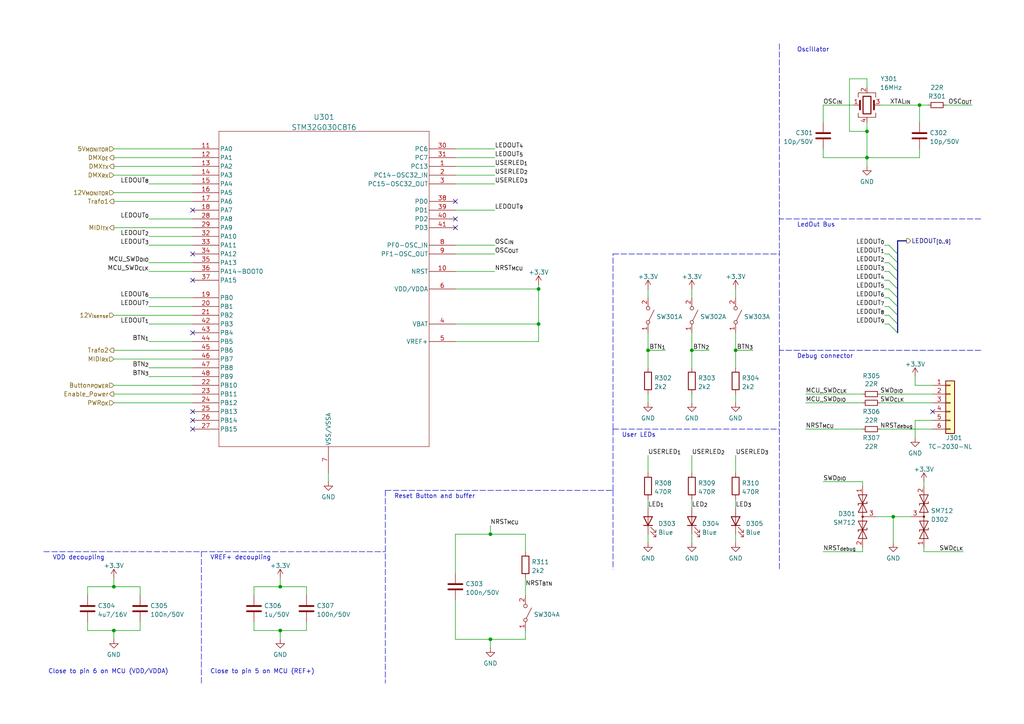
<source format=kicad_sch>
(kicad_sch (version 20211123) (generator eeschema)
  (paper "A4")
  (title_block (title "Led Wall Controller") (rev "1") (company "Skrooter Audio"))
  (lib_symbols
    (symbol "Connector_Generic:Conn_01x06" (pin_names (offset 1.016) hide)
      (property "Reference" "J" (at 0 7.62 0))
      (property "Value" "Conn_01x06" (at 0 -10.16 0))
      (symbol "Conn_01x06_1_1"
        (rectangle (start -1.27 -7.493) (end 0 -7.747) (stroke (width 0.1524)))
        (rectangle (start -1.27 -4.953) (end 0 -5.207) (stroke (width 0.1524)))
        (rectangle (start -1.27 -2.413) (end 0 -2.667) (stroke (width 0.1524)))
        (rectangle (start -1.27 0.127) (end 0 -0.127) (stroke (width 0.1524)))
        (rectangle (start -1.27 2.667) (end 0 2.413) (stroke (width 0.1524)))
        (rectangle (start -1.27 5.207) (end 0 4.953) (stroke (width 0.1524)))
        (rectangle (start -1.27 6.35) (end 1.27 -8.89) (stroke (width 0.254)) (fill (type background)))
        (pin passive line (at -5.08 5.08 0) (length 3.81) (name "Pin_1") (number "1"))
        (pin passive line (at -5.08 2.54 0) (length 3.81) (name "Pin_2") (number "2"))
        (pin passive line (at -5.08 0 0) (length 3.81) (name "Pin_3") (number "3"))
        (pin passive line (at -5.08 -2.54 0) (length 3.81) (name "Pin_4") (number "4"))
        (pin passive line (at -5.08 -5.08 0) (length 3.81) (name "Pin_5") (number "5"))
        (pin passive line (at -5.08 -7.62 0) (length 3.81) (name "Pin_6") (number "6"))
      )
    )
    (symbol "Device:C" (pin_numbers hide) (pin_names (offset 0.254))
      (property "Reference" "C" (at 0.635 2.54 0))
      (property "Value" "C" (at 0.635 -2.54 0))
      (symbol "C_0_1"
        (polyline (pts (xy -2.032 -0.762) (xy 2.032 -0.762)) (stroke (width 0.508)))
        (polyline (pts (xy -2.032 0.762) (xy 2.032 0.762)) (stroke (width 0.508)))
      )
      (symbol "C_1_1"
        (pin passive line (at 0 3.81 270) (length 2.794) (name "~") (number "1"))
        (pin passive line (at 0 -3.81 90) (length 2.794) (name "~") (number "2"))
      )
    )
    (symbol "Device:Crystal_GND24" (pin_names (offset 1.016) hide)
      (property "Reference" "Y" (at 3.175 5.08 0))
      (property "Value" "Crystal_GND24" (at 3.175 3.175 0))
      (symbol "Crystal_GND24_0_1"
        (rectangle (start -1.143 2.54) (end 1.143 -2.54) (stroke (width 0.3048)))
        (polyline (pts (xy -2.54 0) (xy -2.032 0)))
        (polyline (pts (xy -2.032 -1.27) (xy -2.032 1.27)) (stroke (width 0.508)))
        (polyline (pts (xy 0 -3.81) (xy 0 -3.556)))
        (polyline (pts (xy 0 3.556) (xy 0 3.81)))
        (polyline (pts (xy 2.032 -1.27) (xy 2.032 1.27)) (stroke (width 0.508)))
        (polyline (pts (xy 2.032 0) (xy 2.54 0)))
        (polyline (pts (xy -2.54 -2.286) (xy -2.54 -3.556) (xy 2.54 -3.556) (xy 2.54 -2.286)))
        (polyline (pts (xy -2.54 2.286) (xy -2.54 3.556) (xy 2.54 3.556) (xy 2.54 2.286)))
      )
      (symbol "Crystal_GND24_1_1"
        (pin passive line (at -3.81 0 0) (length 1.27) (name "1") (number "1"))
        (pin passive line (at 0 5.08 270) (length 1.27) (name "2") (number "2"))
        (pin passive line (at 3.81 0 180) (length 1.27) (name "3") (number "3"))
        (pin passive line (at 0 -5.08 90) (length 1.27) (name "4") (number "4"))
      )
    )
    (symbol "Device:LED" (pin_numbers hide) (pin_names (offset 1.016) hide)
      (property "Reference" "D" (at 0 2.54 0))
      (property "Value" "LED" (at 0 -2.54 0))
      (symbol "LED_0_1"
        (polyline (pts (xy -1.27 -1.27) (xy -1.27 1.27)) (stroke (width 0.254)))
        (polyline (pts (xy -1.27 0) (xy 1.27 0)))
        (polyline (pts (xy 1.27 -1.27) (xy 1.27 1.27) (xy -1.27 0) (xy 1.27 -1.27)) (stroke (width 0.254)))
        (polyline (pts (xy -3.048 -0.762) (xy -4.572 -2.286) (xy -3.81 -2.286) (xy -4.572 -2.286) (xy -4.572 -1.524)))
        (polyline (pts (xy -1.778 -0.762) (xy -3.302 -2.286) (xy -2.54 -2.286) (xy -3.302 -2.286) (xy -3.302 -1.524)))
      )
      (symbol "LED_1_1"
        (pin passive line (at -3.81 0 0) (length 2.54) (name "K") (number "1"))
        (pin passive line (at 3.81 0 180) (length 2.54) (name "A") (number "2"))
      )
    )
    (symbol "Device:R" (pin_numbers hide) (pin_names (offset 0))
      (property "Reference" "R" (at 2.032 0 90))
      (property "Value" "R" (at 0 0 90))
      (symbol "R_0_1"
        (rectangle (start -1.016 -2.54) (end 1.016 2.54) (stroke (width 0.254)))
      )
      (symbol "R_1_1"
        (pin passive line (at 0 3.81 270) (length 1.27) (name "~") (number "1"))
        (pin passive line (at 0 -3.81 90) (length 1.27) (name "~") (number "2"))
      )
    )
    (symbol "Device:R_Small" (pin_numbers hide) (pin_names (offset 0.254) hide)
      (property "Reference" "R" (at 0.762 0.508 0))
      (property "Value" "R_Small" (at 0.762 -1.016 0))
      (symbol "R_Small_0_1"
        (rectangle (start -0.762 1.778) (end 0.762 -1.778) (stroke (width 0.2032)))
      )
      (symbol "R_Small_1_1"
        (pin passive line (at 0 2.54 270) (length 0.762) (name "~") (number "1"))
        (pin passive line (at 0 -2.54 90) (length 0.762) (name "~") (number "2"))
      )
    )
    (symbol "Diode:SM712_SOT23" (pin_names (offset 1.016) hide)
      (property "Reference" "D" (at 0 4.445 0))
      (property "Value" "SM712_SOT23" (at 0 2.54 0))
      (symbol "SM712_SOT23_0_0"
        (polyline (pts (xy 0 -1.27) (xy 0 0)))
      )
      (symbol "SM712_SOT23_0_1"
        (polyline (pts (xy -6.35 0) (xy 6.35 0)))
        (polyline (pts (xy -3.302 1.27) (xy -3.81 1.27) (xy -3.81 -1.27) (xy -4.318 -1.27)) (stroke (width 0.2032)))
        (polyline (pts (xy 4.318 1.27) (xy 3.81 1.27) (xy 3.81 -1.27) (xy 3.302 -1.27)) (stroke (width 0.2032)))
        (polyline (pts (xy -6.35 -1.27) (xy -1.27 1.27) (xy -1.27 -1.27) (xy -6.35 1.27) (xy -6.35 -1.27)) (stroke (width 0.2032)))
        (polyline (pts (xy 1.27 -1.27) (xy 1.27 1.27) (xy 6.35 -1.27) (xy 6.35 1.27) (xy 1.27 -1.27)) (stroke (width 0.2032)))
        (circle (center 0 0) (radius 0.254) (fill (type outline)))
      )
      (symbol "SM712_SOT23_1_1"
        (pin passive line (at -8.89 0 0) (length 2.54) (name "A1") (number "1"))
        (pin passive line (at 8.89 0 180) (length 2.54) (name "A2") (number "2"))
        (pin input line (at 0 -3.81 90) (length 2.54) (name "common") (number "3"))
      )
    )
    (symbol "Skrooter_symbols:STM32G030C8T6" (pin_names (offset 0.254))
      (property "Reference" "U" (at 38.1 10.16 0))
      (property "Value" "STM32G030C8T6" (at 38.1 7.62 0))
      (symbol "STM32G030C8T6_0_1"
        (polyline (pts (xy 7.62 -86.36) (xy 68.58 -86.36)) (stroke (width 0.127)))
        (polyline (pts (xy 7.62 5.08) (xy 7.62 -86.36)) (stroke (width 0.127)))
        (polyline (pts (xy 68.58 -86.36) (xy 68.58 5.08)) (stroke (width 0.127)))
        (polyline (pts (xy 68.58 5.08) (xy 7.62 5.08)) (stroke (width 0.127)))
        (pin bidirectional line (at 76.2 -5.08 180) (length 7.62) (name "PC13") (number "1"))
        (pin bidirectional line (at 76.2 -35.56 180) (length 7.62) (name "NRST") (number "10"))
        (pin bidirectional line (at 0 0 0) (length 7.62) (name "PA0") (number "11"))
        (pin bidirectional line (at 0 -2.54 0) (length 7.62) (name "PA1") (number "12"))
        (pin bidirectional line (at 0 -5.08 0) (length 7.62) (name "PA2") (number "13"))
        (pin bidirectional line (at 0 -7.62 0) (length 7.62) (name "PA3") (number "14"))
        (pin bidirectional line (at 0 -10.16 0) (length 7.62) (name "PA4") (number "15"))
        (pin bidirectional line (at 0 -12.7 0) (length 7.62) (name "PA5") (number "16"))
        (pin bidirectional line (at 0 -15.24 0) (length 7.62) (name "PA6") (number "17"))
        (pin bidirectional line (at 0 -17.78 0) (length 7.62) (name "PA7") (number "18"))
        (pin bidirectional line (at 0 -43.18 0) (length 7.62) (name "PB0") (number "19"))
        (pin bidirectional line (at 76.2 -7.62 180) (length 7.62) (name "PC14-OSC32_IN") (number "2"))
        (pin bidirectional line (at 0 -45.72 0) (length 7.62) (name "PB1") (number "20"))
        (pin bidirectional line (at 0 -48.26 0) (length 7.62) (name "PB2") (number "21"))
        (pin bidirectional line (at 0 -68.58 0) (length 7.62) (name "PB10") (number "22"))
        (pin bidirectional line (at 0 -71.12 0) (length 7.62) (name "PB11") (number "23"))
        (pin bidirectional line (at 0 -73.66 0) (length 7.62) (name "PB12") (number "24"))
        (pin bidirectional line (at 0 -76.2 0) (length 7.62) (name "PB13") (number "25"))
        (pin bidirectional line (at 0 -78.74 0) (length 7.62) (name "PB14") (number "26"))
        (pin bidirectional line (at 0 -81.28 0) (length 7.62) (name "PB15") (number "27"))
        (pin bidirectional line (at 0 -20.32 0) (length 7.62) (name "PA8") (number "28"))
        (pin bidirectional line (at 0 -22.86 0) (length 7.62) (name "PA9") (number "29"))
        (pin bidirectional line (at 76.2 -10.16 180) (length 7.62) (name "PC15-OSC32_OUT") (number "3"))
        (pin bidirectional line (at 76.2 0 180) (length 7.62) (name "PC6") (number "30"))
        (pin bidirectional line (at 76.2 -2.54 180) (length 7.62) (name "PC7") (number "31"))
        (pin bidirectional line (at 0 -25.4 0) (length 7.62) (name "PA10") (number "32"))
        (pin bidirectional line (at 0 -27.94 0) (length 7.62) (name "PA11") (number "33"))
        (pin bidirectional line (at 0 -30.48 0) (length 7.62) (name "PA12") (number "34"))
        (pin bidirectional line (at 0 -33.02 0) (length 7.62) (name "PA13") (number "35"))
        (pin bidirectional line (at 0 -35.56 0) (length 7.62) (name "PA14-BOOT0") (number "36"))
        (pin bidirectional line (at 0 -38.1 0) (length 7.62) (name "PA15") (number "37"))
        (pin bidirectional line (at 76.2 -15.24 180) (length 7.62) (name "PD0") (number "38"))
        (pin bidirectional line (at 76.2 -17.78 180) (length 7.62) (name "PD1") (number "39"))
        (pin power_in line (at 76.2 -50.8 180) (length 7.62) (name "VBAT") (number "4"))
        (pin bidirectional line (at 76.2 -20.32 180) (length 7.62) (name "PD2") (number "40"))
        (pin bidirectional line (at 76.2 -22.86 180) (length 7.62) (name "PD3") (number "41"))
        (pin bidirectional line (at 0 -50.8 0) (length 7.62) (name "PB3") (number "42"))
        (pin bidirectional line (at 0 -53.34 0) (length 7.62) (name "PB4") (number "43"))
        (pin bidirectional line (at 0 -55.88 0) (length 7.62) (name "PB5") (number "44"))
        (pin bidirectional line (at 0 -58.42 0) (length 7.62) (name "PB6") (number "45"))
        (pin bidirectional line (at 0 -60.96 0) (length 7.62) (name "PB7") (number "46"))
        (pin bidirectional line (at 0 -63.5 0) (length 7.62) (name "PB8") (number "47"))
        (pin bidirectional line (at 0 -66.04 0) (length 7.62) (name "PB9") (number "48"))
        (pin power_in line (at 76.2 -55.88 180) (length 7.62) (name "VREF+") (number "5"))
        (pin power_in line (at 76.2 -40.64 180) (length 7.62) (name "VDD/VDDA") (number "6"))
        (pin power_in line (at 39.37 -93.98 90) (length 7.62) (name "VSS/VSSA") (number "7"))
        (pin bidirectional line (at 76.2 -27.94 180) (length 7.62) (name "PF0-OSC_IN") (number "8"))
        (pin bidirectional line (at 76.2 -30.48 180) (length 7.62) (name "PF1-OSC_OUT") (number "9"))
      )
    )
    (symbol "Switch:SW_DPST_x2" (pin_names (offset 0) hide)
      (property "Reference" "SW" (at 0 3.175 0))
      (property "Value" "SW_DPST_x2" (at 0 -2.54 0))
      (symbol "SW_DPST_x2_0_0"
        (circle (center -2.032 0) (radius 0.508))
        (polyline (pts (xy -1.524 0.254) (xy 1.524 1.778)))
        (circle (center 2.032 0) (radius 0.508))
      )
      (symbol "SW_DPST_x2_1_1"
        (pin passive line (at -5.08 0 0) (length 2.54) (name "A") (number "1"))
        (pin passive line (at 5.08 0 180) (length 2.54) (name "B") (number "2"))
      )
      (symbol "SW_DPST_x2_2_1"
        (pin passive line (at -5.08 0 0) (length 2.54) (name "A") (number "3"))
        (pin passive line (at 5.08 0 180) (length 2.54) (name "B") (number "4"))
      )
    )
    (symbol "power:+3.3V" (power) (pin_names (offset 0))
      (property "Value" "+3.3V" (at 0 3.556 0))
      (symbol "+3.3V_0_1"
        (polyline (pts (xy -0.762 1.27) (xy 0 2.54)))
        (polyline (pts (xy 0 0) (xy 0 2.54)))
        (polyline (pts (xy 0 2.54) (xy 0.762 1.27)))
      )
      (symbol "+3.3V_1_1"
        (pin power_in line (at 0 0 90) (length 0) hide (name "+3.3V") (number "1"))
      )
    )
    (symbol "power:GND" (power) (pin_names (offset 0))
      (property "Value" "GND" (at 0 -3.81 0))
      (symbol "GND_0_1"
        (polyline (pts (xy 0 0) (xy 0 -1.27) (xy 1.27 -1.27) (xy 0 -2.54) (xy -1.27 -1.27) (xy 0 -1.27)))
      )
      (symbol "GND_1_1"
        (pin power_in line (at 0 0 270) (length 0) hide (name "GND") (number "1"))
      )
    )
  )
  (junction (at 266.7 30.48))
  (junction (at 33.02 182.88))
  (junction (at 213.36 101.6))
  (junction (at 81.28 170.18))
  (junction (at 259.08 149.86))
  (junction (at 81.28 182.88))
  (junction (at 33.02 170.18))
  (junction (at 251.46 38.1))
  (junction (at 142.24 185.42))
  (junction (at 251.46 45.72))
  (junction (at 156.21 93.98))
  (junction (at 187.96 101.6))
  (junction (at 142.24 154.94))
  (junction (at 200.66 101.6))
  (junction (at 156.21 83.82))
  (no_connect (at 132.08 63.5))
  (no_connect (at 132.08 58.42))
  (no_connect (at 132.08 66.04))
  (no_connect (at 270.51 119.38))
  (no_connect (at 55.88 121.92))
  (no_connect (at 55.88 81.28))
  (no_connect (at 55.88 73.66))
  (no_connect (at 55.88 96.52))
  (no_connect (at 55.88 119.38))
  (no_connect (at 55.88 124.46))
  (no_connect (at 55.88 60.96))
  (bus_entry (at 257.81 83.82) (size 2.54 2.54))
  (bus_entry (at 257.81 88.9) (size 2.54 2.54))
  (bus_entry (at 257.81 86.36) (size 2.54 2.54))
  (bus_entry (at 257.81 93.98) (size 2.54 2.54))
  (bus_entry (at 257.81 81.28) (size 2.54 2.54))
  (bus_entry (at 257.81 78.74) (size 2.54 2.54))
  (bus_entry (at 257.81 91.44) (size 2.54 2.54))
  (bus_entry (at 257.81 71.12) (size 2.54 2.54))
  (bus_entry (at 257.81 73.66) (size 2.54 2.54))
  (bus_entry (at 257.81 76.2) (size 2.54 2.54))
  (wire (pts (xy 256.54 91.44) (xy 257.81 91.44)))
  (wire (pts (xy 132.08 60.96) (xy 143.51 60.96)))
  (wire (pts (xy 33.02 48.26) (xy 55.88 48.26)))
  (wire (pts (xy 40.64 170.18) (xy 33.02 170.18)))
  (wire (pts (xy 246.38 38.1) (xy 251.46 38.1)))
  (bus (pts (xy 260.35 73.66) (xy 260.35 76.2)))
  (wire (pts (xy 200.66 157.48) (xy 200.66 154.94)))
  (wire (pts (xy 200.66 114.3) (xy 200.66 116.84)))
  (wire (pts (xy 213.36 83.82) (xy 213.36 86.36)))
  (wire (pts (xy 40.64 182.88) (xy 40.64 180.34)))
  (wire (pts (xy 200.66 83.82) (xy 200.66 86.36)))
  (wire (pts (xy 43.18 99.06) (xy 55.88 99.06)))
  (wire (pts (xy 33.02 66.04) (xy 55.88 66.04)))
  (wire (pts (xy 255.27 124.46) (xy 270.51 124.46)))
  (wire (pts (xy 152.4 182.88) (xy 152.4 185.42)))
  (polyline (pts (xy 226.06 101.6) (xy 226.06 165.1)))
  (wire (pts (xy 132.08 166.37) (xy 132.08 154.94)))
  (wire (pts (xy 256.54 78.74) (xy 257.81 78.74)))
  (wire (pts (xy 256.54 88.9) (xy 257.81 88.9)))
  (wire (pts (xy 213.36 114.3) (xy 213.36 116.84)))
  (wire (pts (xy 33.02 43.18) (xy 55.88 43.18)))
  (wire (pts (xy 33.02 114.3) (xy 55.88 114.3)))
  (wire (pts (xy 259.08 149.86) (xy 259.08 157.48)))
  (wire (pts (xy 132.08 43.18) (xy 143.51 43.18)))
  (wire (pts (xy 88.9 170.18) (xy 88.9 172.72)))
  (wire (pts (xy 73.66 182.88) (xy 81.28 182.88)))
  (wire (pts (xy 251.46 45.72) (xy 251.46 48.26)))
  (wire (pts (xy 33.02 104.14) (xy 55.88 104.14)))
  (wire (pts (xy 43.18 78.74) (xy 55.88 78.74)))
  (wire (pts (xy 95.25 137.16) (xy 95.25 139.7)))
  (wire (pts (xy 33.02 182.88) (xy 25.4 182.88)))
  (polyline (pts (xy 58.42 198.12) (xy 58.42 160.02)))
  (wire (pts (xy 132.08 93.98) (xy 156.21 93.98)))
  (wire (pts (xy 43.18 86.36) (xy 55.88 86.36)))
  (polyline (pts (xy 226.06 63.5) (xy 226.06 101.6)))
  (wire (pts (xy 156.21 99.06) (xy 156.21 93.98)))
  (wire (pts (xy 33.02 116.84) (xy 55.88 116.84)))
  (wire (pts (xy 132.08 71.12) (xy 143.51 71.12)))
  (wire (pts (xy 132.08 185.42) (xy 142.24 185.42)))
  (bus (pts (xy 260.35 91.44) (xy 260.35 93.98)))
  (wire (pts (xy 43.18 76.2) (xy 55.88 76.2)))
  (wire (pts (xy 187.96 132.08) (xy 187.96 137.16)))
  (wire (pts (xy 233.68 116.84) (xy 250.19 116.84)))
  (bus (pts (xy 260.35 69.85) (xy 262.89 69.85)))
  (wire (pts (xy 266.7 45.72) (xy 266.7 43.18)))
  (wire (pts (xy 267.97 158.75) (xy 267.97 160.02)))
  (wire (pts (xy 200.66 132.08) (xy 200.66 137.16)))
  (wire (pts (xy 213.36 132.08) (xy 213.36 137.16)))
  (wire (pts (xy 256.54 83.82) (xy 257.81 83.82)))
  (wire (pts (xy 132.08 50.8) (xy 143.51 50.8)))
  (bus (pts (xy 260.35 73.66) (xy 260.35 69.85)))
  (wire (pts (xy 259.08 149.86) (xy 264.16 149.86)))
  (bus (pts (xy 260.35 81.28) (xy 260.35 83.82)))
  (wire (pts (xy 187.96 101.6) (xy 187.96 106.68)))
  (wire (pts (xy 43.18 109.22) (xy 55.88 109.22)))
  (wire (pts (xy 213.36 144.78) (xy 213.36 147.32)))
  (wire (pts (xy 250.19 140.97) (xy 250.19 139.7)))
  (wire (pts (xy 247.65 30.48) (xy 238.76 30.48)))
  (wire (pts (xy 255.27 114.3) (xy 270.51 114.3)))
  (wire (pts (xy 200.66 101.6) (xy 205.74 101.6)))
  (wire (pts (xy 33.02 111.76) (xy 55.88 111.76)))
  (wire (pts (xy 265.43 121.92) (xy 265.43 127)))
  (wire (pts (xy 251.46 45.72) (xy 266.7 45.72)))
  (bus (pts (xy 260.35 93.98) (xy 260.35 96.52)))
  (wire (pts (xy 73.66 172.72) (xy 73.66 170.18)))
  (wire (pts (xy 132.08 78.74) (xy 143.51 78.74)))
  (wire (pts (xy 246.38 22.86) (xy 246.38 38.1)))
  (wire (pts (xy 187.96 83.82) (xy 187.96 86.36)))
  (wire (pts (xy 33.02 185.42) (xy 33.02 182.88)))
  (wire (pts (xy 200.66 96.52) (xy 200.66 101.6)))
  (wire (pts (xy 238.76 139.7) (xy 250.19 139.7)))
  (wire (pts (xy 213.36 101.6) (xy 218.44 101.6)))
  (wire (pts (xy 43.18 53.34) (xy 55.88 53.34)))
  (wire (pts (xy 256.54 71.12) (xy 257.81 71.12)))
  (wire (pts (xy 43.18 88.9) (xy 55.88 88.9)))
  (wire (pts (xy 251.46 22.86) (xy 246.38 22.86)))
  (wire (pts (xy 238.76 160.02) (xy 250.19 160.02)))
  (wire (pts (xy 25.4 182.88) (xy 25.4 180.34)))
  (wire (pts (xy 238.76 43.18) (xy 238.76 45.72)))
  (bus (pts (xy 260.35 83.82) (xy 260.35 86.36)))
  (wire (pts (xy 152.4 154.94) (xy 152.4 160.02)))
  (wire (pts (xy 238.76 45.72) (xy 251.46 45.72)))
  (wire (pts (xy 81.28 182.88) (xy 88.9 182.88)))
  (wire (pts (xy 132.08 185.42) (xy 132.08 173.99)))
  (wire (pts (xy 233.68 124.46) (xy 250.19 124.46)))
  (wire (pts (xy 142.24 185.42) (xy 152.4 185.42)))
  (wire (pts (xy 33.02 170.18) (xy 25.4 170.18)))
  (wire (pts (xy 200.66 144.78) (xy 200.66 147.32)))
  (wire (pts (xy 43.18 93.98) (xy 55.88 93.98)))
  (wire (pts (xy 81.28 182.88) (xy 81.28 185.42)))
  (wire (pts (xy 132.08 48.26) (xy 143.51 48.26)))
  (wire (pts (xy 250.19 158.75) (xy 250.19 160.02)))
  (wire (pts (xy 33.02 50.8) (xy 55.88 50.8)))
  (wire (pts (xy 266.7 30.48) (xy 269.24 30.48)))
  (wire (pts (xy 33.02 58.42) (xy 55.88 58.42)))
  (wire (pts (xy 254 149.86) (xy 259.08 149.86)))
  (polyline (pts (xy 284.48 63.5) (xy 226.06 63.5)))
  (wire (pts (xy 265.43 109.22) (xy 265.43 111.76)))
  (wire (pts (xy 156.21 82.55) (xy 156.21 83.82)))
  (wire (pts (xy 200.66 101.6) (xy 200.66 106.68)))
  (wire (pts (xy 73.66 180.34) (xy 73.66 182.88)))
  (polyline (pts (xy 177.8 142.24) (xy 177.8 165.1)))
  (wire (pts (xy 256.54 86.36) (xy 257.81 86.36)))
  (polyline (pts (xy 177.8 124.46) (xy 177.8 73.66)))
  (wire (pts (xy 213.36 157.48) (xy 213.36 154.94)))
  (wire (pts (xy 187.96 101.6) (xy 193.04 101.6)))
  (polyline (pts (xy 111.76 142.24) (xy 111.76 198.12)))
  (wire (pts (xy 251.46 35.56) (xy 251.46 38.1)))
  (bus (pts (xy 260.35 76.2) (xy 260.35 78.74)))
  (polyline (pts (xy 111.76 142.24) (xy 177.8 142.24)))
  (wire (pts (xy 251.46 38.1) (xy 251.46 45.72)))
  (wire (pts (xy 187.96 157.48) (xy 187.96 154.94)))
  (wire (pts (xy 33.02 167.64) (xy 33.02 170.18)))
  (polyline (pts (xy 12.7 160.02) (xy 58.42 160.02)))
  (polyline (pts (xy 177.8 73.66) (xy 226.06 73.66)))
  (wire (pts (xy 81.28 170.18) (xy 88.9 170.18)))
  (polyline (pts (xy 177.8 124.46) (xy 226.06 124.46)))
  (wire (pts (xy 25.4 170.18) (xy 25.4 172.72)))
  (wire (pts (xy 251.46 25.4) (xy 251.46 22.86)))
  (wire (pts (xy 187.96 96.52) (xy 187.96 101.6)))
  (wire (pts (xy 255.27 30.48) (xy 266.7 30.48)))
  (wire (pts (xy 238.76 30.48) (xy 238.76 35.56)))
  (wire (pts (xy 132.08 53.34) (xy 143.51 53.34)))
  (wire (pts (xy 142.24 185.42) (xy 142.24 187.96)))
  (wire (pts (xy 33.02 182.88) (xy 40.64 182.88)))
  (wire (pts (xy 142.24 154.94) (xy 152.4 154.94)))
  (wire (pts (xy 43.18 71.12) (xy 55.88 71.12)))
  (wire (pts (xy 132.08 154.94) (xy 142.24 154.94)))
  (wire (pts (xy 88.9 182.88) (xy 88.9 180.34)))
  (wire (pts (xy 213.36 96.52) (xy 213.36 101.6)))
  (wire (pts (xy 43.18 68.58) (xy 55.88 68.58)))
  (wire (pts (xy 256.54 93.98) (xy 257.81 93.98)))
  (wire (pts (xy 256.54 73.66) (xy 257.81 73.66)))
  (wire (pts (xy 33.02 101.6) (xy 55.88 101.6)))
  (wire (pts (xy 255.27 116.84) (xy 270.51 116.84)))
  (wire (pts (xy 270.51 121.92) (xy 265.43 121.92)))
  (wire (pts (xy 40.64 172.72) (xy 40.64 170.18)))
  (wire (pts (xy 132.08 45.72) (xy 143.51 45.72)))
  (wire (pts (xy 43.18 106.68) (xy 55.88 106.68)))
  (wire (pts (xy 73.66 170.18) (xy 81.28 170.18)))
  (wire (pts (xy 213.36 101.6) (xy 213.36 106.68)))
  (wire (pts (xy 33.02 91.44) (xy 55.88 91.44)))
  (wire (pts (xy 132.08 99.06) (xy 156.21 99.06)))
  (wire (pts (xy 33.02 55.88) (xy 55.88 55.88)))
  (wire (pts (xy 142.24 152.4) (xy 142.24 154.94)))
  (wire (pts (xy 267.97 140.97) (xy 267.97 139.7)))
  (polyline (pts (xy 58.42 160.02) (xy 111.76 160.02)))
  (polyline (pts (xy 177.8 142.24) (xy 177.8 124.46)))
  (wire (pts (xy 152.4 167.64) (xy 152.4 172.72)))
  (polyline (pts (xy 226.06 12.7) (xy 226.06 63.5)))
  (polyline (pts (xy 284.48 101.6) (xy 226.06 101.6)))
  (wire (pts (xy 270.51 111.76) (xy 265.43 111.76)))
  (bus (pts (xy 260.35 78.74) (xy 260.35 81.28)))
  (wire (pts (xy 187.96 144.78) (xy 187.96 147.32)))
  (wire (pts (xy 256.54 76.2) (xy 257.81 76.2)))
  (wire (pts (xy 274.32 30.48) (xy 281.94 30.48)))
  (wire (pts (xy 43.18 63.5) (xy 55.88 63.5)))
  (wire (pts (xy 156.21 83.82) (xy 156.21 93.98)))
  (wire (pts (xy 81.28 167.64) (xy 81.28 170.18)))
  (wire (pts (xy 256.54 81.28) (xy 257.81 81.28)))
  (wire (pts (xy 132.08 73.66) (xy 143.51 73.66)))
  (bus (pts (xy 260.35 86.36) (xy 260.35 88.9)))
  (wire (pts (xy 33.02 45.72) (xy 55.88 45.72)))
  (bus (pts (xy 260.35 88.9) (xy 260.35 91.44)))
  (wire (pts (xy 267.97 160.02) (xy 279.4 160.02)))
  (wire (pts (xy 266.7 30.48) (xy 266.7 35.56)))
  (wire (pts (xy 132.08 83.82) (xy 156.21 83.82)))
  (wire (pts (xy 233.68 114.3) (xy 250.19 114.3)))
  (wire (pts (xy 187.96 114.3) (xy 187.96 116.84)))
  (text "Oscillator" (at 231.14 15.24 0) (effects (font (size 1.27 1.27)) (justify left bottom)))
  (text "LedOut Bus\n" (at 231.14 66.04 0) (effects (font (size 1.27 1.27)) (justify left bottom)))
  (text "VREF+ decoupling" (at 60.96 162.56 0) (effects (font (size 1.27 1.27)) (justify left bottom)))
  (text "Close to pin 6 on MCU (VDD/VDDA)\n" (at 13.97 195.58 0) (effects (font (size 1.27 1.27)) (justify left bottom)))
  (text "User LEDs\n" (at 180.34 127 0) (effects (font (size 1.27 1.27)) (justify left bottom)))
  (text "Debug connector" (at 231.14 104.14 0) (effects (font (size 1.27 1.27)) (justify left bottom)))
  (text "Reset Button and buffer" (at 114.3 144.78 0) (effects (font (size 1.27 1.27)) (justify left bottom)))
  (text "Close to pin 5 on MCU (REF+)\n" (at 60.96 195.58 0) (effects (font (size 1.27 1.27)) (justify left bottom)))
  (text "VDD decoupling" (at 15.24 162.56 0) (effects (font (size 1.27 1.27)) (justify left bottom)))
  (label "SWD_{CLK}" (at 255.27 116.84 0))
  (label "LEDOUT_{8}" (at 256.54 91.44 180))
  (label "LED_{3}" (at 213.36 147.32 0))
  (label "LEDOUT_{9}" (at 143.51 60.96 0))
  (label "LEDOUT_{2}" (at 256.54 76.2 180))
  (label "LEDOUT_{4}" (at 143.51 43.18 0))
  (label "OSC_{IN}" (at 238.76 30.48 0))
  (label "BTN_{3}" (at 218.44 101.6 180))
  (label "LEDOUT_{9}" (at 256.54 93.98 180))
  (label "LEDOUT_{1}" (at 43.18 93.98 180))
  (label "USERLED_{3}" (at 213.36 132.08 0))
  (label "USERLED_{2}" (at 143.51 50.8 0))
  (label "NRST_{BTN}" (at 152.4 170.18 0))
  (label "MCU_SWD_{DIO}" (at 233.68 116.84 0))
  (label "USERLED_{1}" (at 187.96 132.08 0))
  (label "SWD_{DIO}" (at 255.27 114.3 0))
  (label "LED_{2}" (at 200.66 147.32 0))
  (label "NRST_{MCU}" (at 142.24 152.4 0))
  (label "USERLED_{3}" (at 143.51 53.34 0))
  (label "MCU_SWD_{CLK}" (at 233.68 114.3 0))
  (label "LEDOUT_{6}" (at 43.18 86.36 180))
  (label "LEDOUT_{0}" (at 43.18 63.5 180))
  (label "LEDOUT_{5}" (at 256.54 83.82 180))
  (label "XTAL_{IN}" (at 264.16 30.48 180))
  (label "OSC_{IN}" (at 143.51 71.12 0))
  (label "NRST_{MCU}" (at 143.51 78.74 0))
  (label "NRST_{debug}" (at 255.27 124.46 0))
  (label "LED_{1}" (at 187.96 147.32 0))
  (label "SWD_{DIO}" (at 238.76 139.7 0))
  (label "LEDOUT_{1}" (at 256.54 73.66 180))
  (label "USERLED_{2}" (at 200.66 132.08 0))
  (label "BTN_{2}" (at 43.18 106.68 180))
  (label "LEDOUT_{0}" (at 256.54 71.12 180))
  (label "USERLED_{1}" (at 143.51 48.26 0))
  (label "LEDOUT_{3}" (at 256.54 78.74 180))
  (label "LEDOUT_{3}" (at 43.18 71.12 180))
  (label "SWD_{CLK}" (at 279.4 160.02 180))
  (label "LEDOUT_{7}" (at 43.18 88.9 180))
  (label "OSC_{OUT}" (at 281.94 30.48 180))
  (label "BTN_{3}" (at 43.18 109.22 180))
  (label "LEDOUT_{5}" (at 143.51 45.72 0))
  (label "OSC_{OUT}" (at 143.51 73.66 0))
  (label "BTN_{1}" (at 193.04 101.6 180))
  (label "NRST_{MCU}" (at 233.68 124.46 0))
  (label "NRST_{debug}" (at 238.76 160.02 0))
  (label "MCU_SWD_{DIO}" (at 43.18 76.2 180))
  (label "LEDOUT_{4}" (at 256.54 81.28 180))
  (label "MCU_SWD_{CLK}" (at 43.18 78.74 180))
  (label "BTN_{2}" (at 205.74 101.6 180))
  (label "LEDOUT_{8}" (at 43.18 53.34 180))
  (label "LEDOUT_{2}" (at 43.18 68.58 180))
  (label "LEDOUT_{6}" (at 256.54 86.36 180))
  (label "LEDOUT_{7}" (at 256.54 88.9 180))
  (label "BTN_{1}" (at 43.18 99.06 180))
  (hierarchical_label "Trafo1" (shape output) (at 33.02 58.42 180))
  (hierarchical_label "PWR_{OK}" (shape input) (at 33.02 116.84 180))
  (hierarchical_label "5V_{MONITOR}" (shape input) (at 33.02 43.18 180))
  (hierarchical_label "Button_{POWER}" (shape input) (at 33.02 111.76 180))
  (hierarchical_label "DMX_{TX}" (shape output) (at 33.02 48.26 180))
  (hierarchical_label "Trafo2" (shape output) (at 33.02 101.6 180))
  (hierarchical_label "12V_{Isense}" (shape input) (at 33.02 91.44 180))
  (hierarchical_label "LEDOUT_{[0..9]}" (shape output) (at 262.89 69.85 0))
  (hierarchical_label "MIDI_{RX}" (shape input) (at 33.02 104.14 180))
  (hierarchical_label "Enable_Power" (shape output) (at 33.02 114.3 180))
  (hierarchical_label "DMX_{RX}" (shape input) (at 33.02 50.8 180))
  (hierarchical_label "MIDI_{TX}" (shape output) (at 33.02 66.04 180))
  (hierarchical_label "12V_{MONITOR}" (shape input) (at 33.02 55.88 180))
  (hierarchical_label "DMX_{DE}" (shape output) (at 33.02 45.72 180))
  (symbol (lib_id "power:+3.3V") (at 213.36 83.82 0) (unit 1)
    (property "Reference" "#PWR0305" (effects hide))
    (property "Value" "+3.3V" (at 213.36 80.2442 0))
  )
  (symbol (lib_id "Connector_Generic:Conn_01x06") (at 275.59 116.84 0) (unit 1)
    (property "Reference" "J301" (at 274.32 127 0) (effects (justify left)))
    (property "Value" "TC-2030-NL" (at 269.24 129.54 0) (effects (justify left)))
    (property "Footprint" "Connector:Tag-Connect_TC2030-IDC-NL_2x03_P1.27mm_Vertical" (effects hide))
  )
  (symbol (lib_id "Switch:SW_DPST_x2") (at 200.66 91.44 270) (mirror x) (unit 1)
    (property "Reference" "SW302" (at 203.073 91.8738 90) (effects (justify left)))
    (property "Value" "SW_MEC_5G" (effects hide))
    (property "Footprint" "Button_Switch_SMD:SW_SPST_TL3342" (effects hide))
  )
  (symbol (lib_id "Switch:SW_DPST_x2") (at 187.96 91.44 270) (mirror x) (unit 1)
    (property "Reference" "SW301" (at 190.373 91.8738 90) (effects (justify left)))
    (property "Value" "SW_MEC_5G" (effects hide))
    (property "Footprint" "Button_Switch_SMD:SW_SPST_TL3342" (effects hide))
  )
  (symbol (lib_id "Device:R") (at 187.96 140.97 0) (unit 1)
    (property "Reference" "R308" (at 189.738 140.1353 0) (effects (justify left)))
    (property "Value" "470R" (at 189.738 142.6722 0) (effects (justify left)))
    (property "Footprint" "Resistor_SMD:R_0603_1608Metric_Pad0.98x0.95mm_HandSolder" (effects hide))
    (property "LCSC" "C23179" (effects hide))
  )
  (symbol (lib_id "power:+3.3V") (at 33.02 167.64 0) (unit 1)
    (property "Reference" "#PWR0317" (effects hide))
    (property "Value" "+3.3V" (at 33.02 164.0642 0))
  )
  (symbol (lib_id "power:GND") (at 213.36 116.84 0) (unit 1)
    (property "Reference" "#PWR0309" (effects hide))
    (property "Value" "GND" (at 213.36 121.2834 0))
  )
  (symbol (lib_id "Device:LED") (at 187.96 151.13 90) (unit 1)
    (property "Reference" "D303" (at 190.881 151.8828 90) (effects (justify right)))
    (property "Value" "Blue" (at 190.881 154.4197 90) (effects (justify right)))
    (property "Footprint" "LED_SMD:LED_0603_1608Metric_Pad1.05x0.95mm_HandSolder" (effects hide))
    (property "LCSC" "C72041" (effects hide))
  )
  (symbol (lib_id "Device:LED") (at 200.66 151.13 90) (unit 1)
    (property "Reference" "D304" (at 203.581 151.8828 90) (effects (justify right)))
    (property "Value" "Blue" (at 203.581 154.4197 90) (effects (justify right)))
    (property "Footprint" "LED_SMD:LED_0603_1608Metric_Pad1.05x0.95mm_HandSolder" (effects hide))
    (property "LCSC" "C72041" (effects hide))
  )
  (symbol (lib_id "power:GND") (at 187.96 116.84 0) (unit 1)
    (property "Reference" "#PWR0307" (effects hide))
    (property "Value" "GND" (at 187.96 121.2834 0))
  )
  (symbol (lib_id "Device:R") (at 213.36 110.49 0) (unit 1)
    (property "Reference" "R304" (at 215.138 109.6553 0) (effects (justify left)))
    (property "Value" "2k2" (at 215.138 112.1922 0) (effects (justify left)))
    (property "Footprint" "Resistor_SMD:R_0603_1608Metric_Pad0.98x0.95mm_HandSolder" (effects hide))
    (property "LCSC" "C4190" (effects hide))
  )
  (symbol (lib_id "power:GND") (at 200.66 116.84 0) (unit 1)
    (property "Reference" "#PWR0308" (effects hide))
    (property "Value" "GND" (at 200.66 121.2834 0))
  )
  (symbol (lib_id "power:+3.3V") (at 267.97 139.7 0) (unit 1)
    (property "Reference" "#PWR0312" (effects hide))
    (property "Value" "+3.3V" (at 267.97 136.1242 0))
  )
  (symbol (lib_id "Diode:SM712_SOT23") (at 267.97 149.86 270) (mirror x) (unit 1)
    (property "Reference" "D302" (at 269.9765 150.6947 90) (effects (justify left)))
    (property "Value" "SM712" (at 269.9765 148.1578 90) (effects (justify left)))
    (property "Footprint" "Package_TO_SOT_SMD:SOT-23" (effects hide))
    (property "Datasheet" "https://www.littelfuse.com/~/media/electronics/datasheets/tvs_diode_arrays/littelfuse_tvs_diode_array_sm712_datasheet.pdf.pdf" (effects hide))
    (property "LCSC" "C32677" (effects hide))
  )
  (symbol (lib_id "power:GND") (at 259.08 157.48 0) (unit 1)
    (property "Reference" "#PWR0316" (effects hide))
    (property "Value" "GND" (at 259.08 161.9234 0))
  )
  (symbol (lib_id "Device:R") (at 200.66 140.97 0) (unit 1)
    (property "Reference" "R309" (at 202.438 140.1353 0) (effects (justify left)))
    (property "Value" "470R" (at 202.438 142.6722 0) (effects (justify left)))
    (property "Footprint" "Resistor_SMD:R_0603_1608Metric_Pad0.98x0.95mm_HandSolder" (effects hide))
    (property "LCSC" "C23179" (effects hide))
  )
  (symbol (lib_id "Device:C") (at 132.08 170.18 180) (unit 1)
    (property "Reference" "C303" (at 135.001 169.3453 0) (effects (justify right)))
    (property "Value" "100n/50V" (at 135.001 171.8822 0) (effects (justify right)))
    (property "Footprint" "Capacitor_SMD:C_0603_1608Metric_Pad1.08x0.95mm_HandSolder" (effects hide))
    (property "LCSC" "C14663" (effects hide))
  )
  (symbol (lib_id "Device:R") (at 152.4 163.83 0) (unit 1)
    (property "Reference" "R311" (at 154.178 162.9953 0) (effects (justify left)))
    (property "Value" "2k2" (at 154.178 165.5322 0) (effects (justify left)))
    (property "Footprint" "Resistor_SMD:R_0603_1608Metric_Pad0.98x0.95mm_HandSolder" (effects hide))
    (property "LCSC" "C4190" (effects hide))
  )
  (symbol (lib_id "Device:C") (at 88.9 176.53 0) (mirror y) (unit 1)
    (property "Reference" "C307" (at 91.821 175.6953 0) (effects (justify right)))
    (property "Value" "100n/50V" (at 91.821 178.2322 0) (effects (justify right)))
    (property "Footprint" "Capacitor_SMD:C_0603_1608Metric_Pad1.08x0.95mm_HandSolder" (effects hide))
    (property "LCSC" "C14663" (effects hide))
  )
  (symbol (lib_id "Device:R") (at 213.36 140.97 0) (unit 1)
    (property "Reference" "R310" (at 215.138 140.1353 0) (effects (justify left)))
    (property "Value" "470R" (at 215.138 142.6722 0) (effects (justify left)))
    (property "Footprint" "Resistor_SMD:R_0603_1608Metric_Pad0.98x0.95mm_HandSolder" (effects hide))
    (property "LCSC" "C23179" (effects hide))
  )
  (symbol (lib_id "Device:R") (at 187.96 110.49 0) (unit 1)
    (property "Reference" "R302" (at 189.738 109.6553 0) (effects (justify left)))
    (property "Value" "2k2" (at 189.738 112.1922 0) (effects (justify left)))
    (property "Footprint" "Resistor_SMD:R_0603_1608Metric_Pad0.98x0.95mm_HandSolder" (effects hide))
    (property "LCSC" "C4190" (effects hide))
  )
  (symbol (lib_id "Device:Crystal_GND24") (at 251.46 30.48 0) (unit 1)
    (property "Reference" "Y301" (at 257.81 22.86 0))
    (property "Value" "16MHz" (at 258.445 25.4 0))
    (property "Footprint" "Crystal:Crystal_SMD_3225-4Pin_3.2x2.5mm_HandSoldering" (effects hide))
    (property "Datasheet" "https://datasheet.lcsc.com/lcsc/2103291133_Yangxing-Tech-X322516MLB4SI_C13738.pdf" (effects hide))
    (property "LCSC" "C13738" (effects hide))
  )
  (symbol (lib_id "Device:C") (at 25.4 176.53 0) (unit 1)
    (property "Reference" "C304" (at 28.321 175.6953 0) (effects (justify left)))
    (property "Value" "4u7/16V" (at 28.321 178.2322 0) (effects (justify left)))
    (property "Footprint" "Capacitor_SMD:C_0603_1608Metric_Pad1.08x0.95mm_HandSolder" (effects hide))
    (property "LCSC" "C19666" (effects hide))
  )
  (symbol (lib_id "power:+3.3V") (at 81.28 167.64 0) (unit 1)
    (property "Reference" "#PWR0318" (effects hide))
    (property "Value" "+3.3V" (at 81.28 164.0642 0))
  )
  (symbol (lib_id "Diode:SM712_SOT23") (at 250.19 149.86 90) (mirror x) (unit 1)
    (property "Reference" "D301" (at 248.1835 149.0253 90) (effects (justify left)))
    (property "Value" "SM712" (at 248.1835 151.5622 90) (effects (justify left)))
    (property "Footprint" "Package_TO_SOT_SMD:SOT-23" (effects hide))
    (property "Datasheet" "https://www.littelfuse.com/~/media/electronics/datasheets/tvs_diode_arrays/littelfuse_tvs_diode_array_sm712_datasheet.pdf.pdf" (effects hide))
    (property "LCSC" "C32677" (effects hide))
  )
  (symbol (lib_id "power:+3.3V") (at 265.43 109.22 0) (unit 1)
    (property "Reference" "#PWR0306" (effects hide))
    (property "Value" "+3.3V" (at 265.43 105.6442 0))
  )
  (symbol (lib_id "Device:R_Small") (at 252.73 116.84 90) (unit 1)
    (property "Reference" "R306" (at 252.73 119.38 90))
    (property "Value" "22R" (at 252.73 121.92 90))
    (property "Footprint" "Resistor_SMD:R_0603_1608Metric_Pad0.98x0.95mm_HandSolder" (effects hide))
    (property "LCSC" "C23345" (effects hide))
  )
  (symbol (lib_id "power:GND") (at 142.24 187.96 0) (unit 1)
    (property "Reference" "#PWR0321" (effects hide))
    (property "Value" "GND" (at 142.24 192.4034 0))
  )
  (symbol (lib_id "Switch:SW_DPST_x2") (at 213.36 91.44 270) (mirror x) (unit 1)
    (property "Reference" "SW303" (at 215.773 91.8738 90) (effects (justify left)))
    (property "Value" "SW_MEC_5G" (effects hide))
    (property "Footprint" "Button_Switch_SMD:SW_SPST_TL3342" (effects hide))
  )
  (symbol (lib_id "power:GND") (at 265.43 127 0) (unit 1)
    (property "Reference" "#PWR0310" (effects hide))
    (property "Value" "GND" (at 265.43 131.4434 0))
  )
  (symbol (lib_id "Device:C") (at 266.7 39.37 0) (unit 1)
    (property "Reference" "C302" (at 269.621 38.5353 0) (effects (justify left)))
    (property "Value" "10p/50V" (at 269.621 41.0722 0) (effects (justify left)))
    (property "Footprint" "Capacitor_SMD:C_0603_1608Metric_Pad1.08x0.95mm_HandSolder" (effects hide))
    (property "LCSC" "C1634" (effects hide))
  )
  (symbol (lib_id "Device:R") (at 200.66 110.49 0) (unit 1)
    (property "Reference" "R303" (at 202.438 109.6553 0) (effects (justify left)))
    (property "Value" "2k2" (at 202.438 112.1922 0) (effects (justify left)))
    (property "Footprint" "Resistor_SMD:R_0603_1608Metric_Pad0.98x0.95mm_HandSolder" (effects hide))
    (property "LCSC" "C4190" (effects hide))
  )
  (symbol (lib_id "Device:R_Small") (at 252.73 124.46 90) (unit 1)
    (property "Reference" "R307" (at 252.73 127 90))
    (property "Value" "22R" (at 252.73 129.54 90))
    (property "Footprint" "Resistor_SMD:R_0603_1608Metric_Pad0.98x0.95mm_HandSolder" (effects hide))
    (property "LCSC" "C23345" (effects hide))
  )
  (symbol (lib_id "Device:C") (at 73.66 176.53 0) (unit 1)
    (property "Reference" "C306" (at 76.581 175.6953 0) (effects (justify left)))
    (property "Value" "1u/50V" (at 76.581 178.2322 0) (effects (justify left)))
    (property "Footprint" "Capacitor_SMD:C_0603_1608Metric_Pad1.08x0.95mm_HandSolder" (effects hide))
  )
  (symbol (lib_id "power:GND") (at 251.46 48.26 0) (unit 1)
    (property "Reference" "#PWR0301" (effects hide))
    (property "Value" "GND" (at 251.46 52.7034 0))
  )
  (symbol (lib_id "power:GND") (at 187.96 157.48 0) (unit 1)
    (property "Reference" "#PWR0313" (effects hide))
    (property "Value" "GND" (at 187.96 161.9234 0))
  )
  (symbol (lib_id "power:GND") (at 81.28 185.42 0) (unit 1)
    (property "Reference" "#PWR0320" (effects hide))
    (property "Value" "GND" (at 81.28 189.8634 0))
  )
  (symbol (lib_id "power:GND") (at 95.25 139.7 0) (unit 1)
    (property "Reference" "#PWR0311" (effects hide))
    (property "Value" "GND" (at 95.25 144.1434 0))
  )
  (symbol (lib_id "Skrooter_symbols:STM32G030C8T6") (at 55.88 43.18 0) (unit 1)
    (property "Reference" "U301" (at 93.98 33.9524 0) (effects (font (size 1.524 1.524))))
    (property "Value" "STM32G030C8T6" (at 93.98 36.9458 0) (effects (font (size 1.524 1.524))))
    (property "Footprint" "STM32:LQFP48" (effects hide))
    (property "Datasheet" "STM32G030C8T6" (effects hide))
  )
  (symbol (lib_id "Switch:SW_DPST_x2") (at 152.4 177.8 270) (mirror x) (unit 1)
    (property "Reference" "SW304" (at 154.813 178.2338 90) (effects (justify left)))
    (property "Value" "SW_MEC_5G" (effects hide))
    (property "Footprint" "Button_Switch_SMD:SW_SPST_TL3342" (effects hide))
  )
  (symbol (lib_id "Device:LED") (at 213.36 151.13 90) (unit 1)
    (property "Reference" "D305" (at 216.281 151.8828 90) (effects (justify right)))
    (property "Value" "Blue" (at 216.281 154.4197 90) (effects (justify right)))
    (property "Footprint" "LED_SMD:LED_0603_1608Metric_Pad1.05x0.95mm_HandSolder" (effects hide))
    (property "LCSC" "C72041" (effects hide))
  )
  (symbol (lib_id "power:GND") (at 200.66 157.48 0) (unit 1)
    (property "Reference" "#PWR0314" (effects hide))
    (property "Value" "GND" (at 200.66 161.9234 0))
  )
  (symbol (lib_id "Device:R_Small") (at 271.78 30.48 90) (mirror x) (unit 1)
    (property "Reference" "R301" (at 271.78 27.94 90))
    (property "Value" "22R" (at 271.78 25.4 90))
    (property "Footprint" "Resistor_SMD:R_0603_1608Metric_Pad0.98x0.95mm_HandSolder" (effects hide))
    (property "LCSC" "C23345" (effects hide))
  )
  (symbol (lib_id "power:GND") (at 33.02 185.42 0) (unit 1)
    (property "Reference" "#PWR0319" (effects hide))
    (property "Value" "GND" (at 33.02 189.8634 0))
  )
  (symbol (lib_id "power:+3.3V") (at 156.21 82.55 0) (unit 1)
    (property "Reference" "#PWR0302" (effects hide))
    (property "Value" "+3.3V" (at 156.21 78.9742 0))
  )
  (symbol (lib_id "power:+3.3V") (at 187.96 83.82 0) (unit 1)
    (property "Reference" "#PWR0303" (effects hide))
    (property "Value" "+3.3V" (at 187.96 80.2442 0))
  )
  (symbol (lib_id "power:+3.3V") (at 200.66 83.82 0) (unit 1)
    (property "Reference" "#PWR0304" (effects hide))
    (property "Value" "+3.3V" (at 200.66 80.2442 0))
  )
  (symbol (lib_id "Device:C") (at 238.76 39.37 0) (mirror x) (unit 1)
    (property "Reference" "C301" (at 235.839 38.5353 0) (effects (justify right)))
    (property "Value" "10p/50V" (at 235.839 41.0722 0) (effects (justify right)))
    (property "Footprint" "Capacitor_SMD:C_0603_1608Metric_Pad1.08x0.95mm_HandSolder" (effects hide))
    (property "LCSC" "C1634" (effects hide))
  )
  (symbol (lib_id "Device:C") (at 40.64 176.53 180) (unit 1)
    (property "Reference" "C305" (at 43.561 175.6953 0) (effects (justify right)))
    (property "Value" "100n/50V" (at 43.561 178.2322 0) (effects (justify right)))
    (property "Footprint" "Capacitor_SMD:C_0603_1608Metric_Pad1.08x0.95mm_HandSolder" (effects hide))
    (property "LCSC" "C14663" (effects hide))
  )
  (symbol (lib_id "power:GND") (at 213.36 157.48 0) (unit 1)
    (property "Reference" "#PWR0315" (effects hide))
    (property "Value" "GND" (at 213.36 161.9234 0))
  )
  (symbol (lib_id "Device:R_Small") (at 252.73 114.3 270) (unit 1)
    (property "Reference" "R305" (at 252.73 109.0422 90))
    (property "Value" "22R" (at 252.73 111.3536 90))
    (property "Footprint" "Resistor_SMD:R_0603_1608Metric_Pad0.98x0.95mm_HandSolder" (effects hide))
    (property "LCSC" "C23345" (effects hide))
  )
)
</source>
